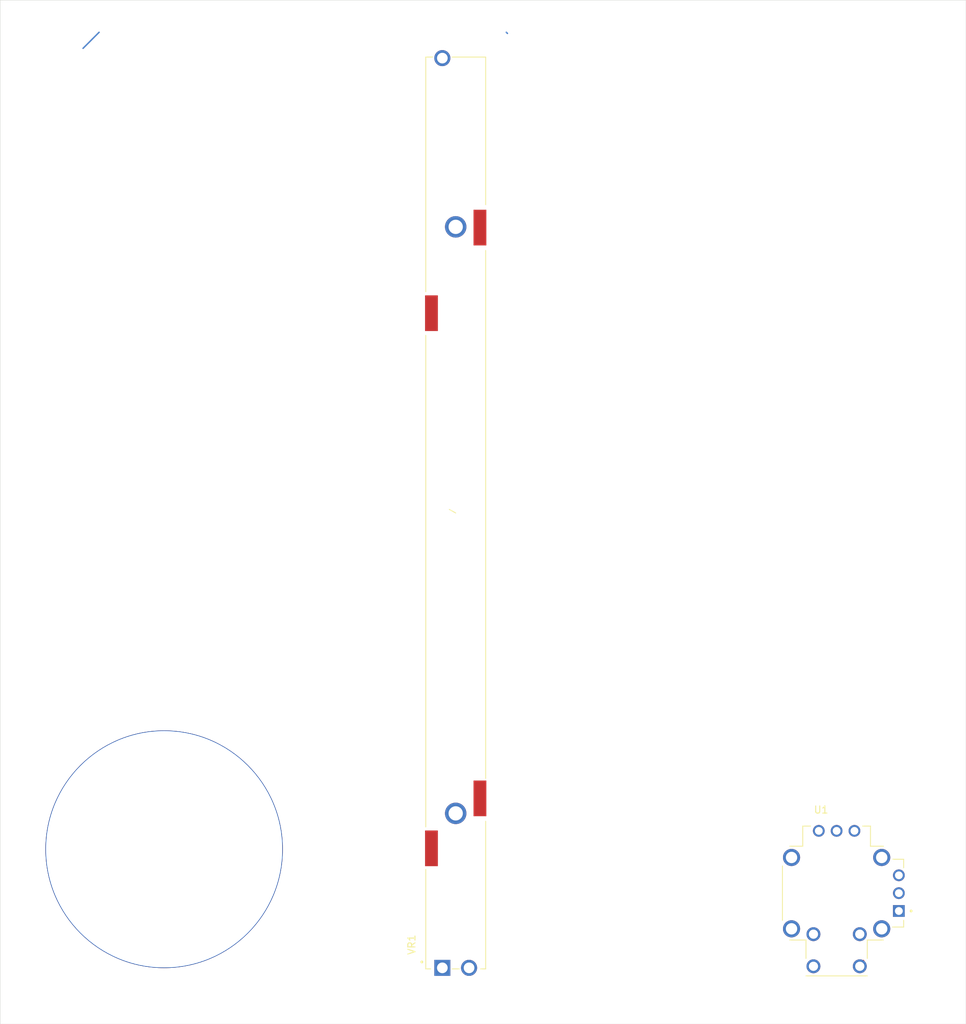
<source format=kicad_pcb>
(kicad_pcb (version 20240108) (generator "pcbnew") (generator_version "8.0")
  (layers (0 "F.Cu" signal) (31 "B.Cu" signal) (34 "B.Paste" user) (35 "F.Paste" user) (36 "B.SilkS" user "B.Silkscreen") (37 "F.SilkS" user "F.Silkscreen") (38 "B.Mask" user) (39 "F.Mask" user) (44 "Edge.Cuts" user))
  (net 0 "")
  (net 1 "+3.3VA")
  (net 2 "Yout")
  (net 3 "Xout")
  (net 4 "GND")
  (net 5 "Button2")
  (net 6 "Zout")
  (footprint "MicroHard:CNK_THB001P" (layer "F.Cu") (at 117.335 125.15)
    (property "Reference" "U1" (at -2.175 -11.675 0) (layer "F.SilkS"))
    (property "Value" "THB001P")
    (fp_line (start -7.6 -3.81) (end -7.6 3.81) (stroke (width 0.127)) (layer "F.SilkS"))
    (fp_line (start -6.575 6.575) (end -4.3 6.575) (stroke (width 0.127)) (layer "F.SilkS"))
    (fp_line (start -4.75 -9.4) (end -4.75 -6.575) (stroke (width 0.127)) (layer "F.SilkS"))
    (fp_line (start -4.75 -6.575) (end -6.575 -6.575) (stroke (width 0.127)) (layer "F.SilkS"))
    (fp_line (start -4.3 6.575) (end -4.3 9.15) (stroke (width 0.127)) (layer "F.SilkS"))
    (fp_line (start -4.3 11.6) (end 4.3 11.6) (stroke (width 0.127)) (layer "F.SilkS"))
    (fp_line (start -3.65 -9.4) (end -4.75 -9.4) (stroke (width 0.127)) (layer "F.SilkS"))
    (fp_line (start 3.65 -9.4) (end 4.75 -9.4) (stroke (width 0.127)) (layer "F.SilkS"))
    (fp_line (start 4.3 6.575) (end 6.55 6.575) (stroke (width 0.127)) (layer "F.SilkS"))
    (fp_line (start 4.3 9.15) (end 4.3 6.575) (stroke (width 0.127)) (layer "F.SilkS"))
    (fp_line (start 4.75 -9.4) (end 4.75 -6.575) (stroke (width 0.127)) (layer "F.SilkS"))
    (fp_line (start 4.75 -6.575) (end 6.575 -6.575) (stroke (width 0.127)) (layer "F.SilkS"))
    (fp_line (start 7.9 -4.75) (end 9.4 -4.75) (stroke (width 0.127)) (layer "F.SilkS"))
    (fp_line (start 9.4 -4.75) (end 9.4 -3.55) (stroke (width 0.127)) (layer "F.SilkS"))
    (fp_line (start 9.4 3.8) (end 9.4 4.75) (stroke (width 0.127)) (layer "F.SilkS"))
    (fp_line (start 9.4 4.75) (end 7.85 4.75) (stroke (width 0.127)) (layer "F.SilkS"))
    (fp_circle (center 10.45 2.5) (end 10.55 2.5) (stroke (width 0.2)) (fill none) (layer "F.SilkS"))
    (pad "A" thru_hole circle (at -3.25 5.75) (size 1.95 1.95) (drill 1.3) (layers "*.Cu" "*.Mask") (net 1 "+3.3VA"))
    (pad "B" thru_hole circle (at 3.25 5.75) (size 1.95 1.95) (drill 1.3) (layers "*.Cu" "*.Mask"))
    (pad "C" thru_hole circle (at -3.25 10.25) (size 1.95 1.95) (drill 1.3) (layers "*.Cu" "*.Mask"))
    (pad "D" thru_hole circle (at 3.25 10.25) (size 1.95 1.95) (drill 1.3) (layers "*.Cu" "*.Mask") (net 5 "Button2"))
    (pad "S1" thru_hole circle (at 6.325 -5) (size 2.4 2.4) (drill 1.6) (layers "*.Cu" "*.Mask"))
    (pad "S2" thru_hole circle (at -6.325 -5) (size 2.4 2.4) (drill 1.6) (layers "*.Cu" "*.Mask"))
    (pad "S3" thru_hole circle (at -6.325 5) (size 2.4 2.4) (drill 1.6) (layers "*.Cu" "*.Mask"))
    (pad "S4" thru_hole circle (at 6.325 5) (size 2.4 2.4) (drill 1.6) (layers "*.Cu" "*.Mask"))
    (pad "VR1_1" thru_hole rect (at 8.73 2.5) (size 1.65 1.65) (drill 1.1) (layers "*.Cu" "*.Mask") (net 1 "+3.3VA"))
    (pad "VR1_2" thru_hole circle (at 8.73 0) (size 1.65 1.65) (drill 1.1) (layers "*.Cu" "*.Mask") (net 3 "Xout"))
    (pad "VR1_3" thru_hole circle (at 8.73 -2.5) (size 1.65 1.65) (drill 1.1) (layers "*.Cu" "*.Mask") (net 4 "GND"))
    (pad "VR2_1" thru_hole circle (at 2.5 -8.73) (size 1.65 1.65) (drill 1.1) (layers "*.Cu" "*.Mask") (net 1 "+3.3VA"))
    (pad "VR2_2" thru_hole circle (at 0 -8.73) (size 1.65 1.65) (drill 1.1) (layers "*.Cu" "*.Mask") (net 2 "Yout"))
    (pad "VR2_3" thru_hole circle (at -2.5 -8.73) (size 1.65 1.65) (drill 1.1) (layers "*.Cu" "*.Mask") (net 4 "GND"))
  )
  (footprint "MicroHard:TRIM_PS100-1B1BR10K" (layer "F.Cu") (at 63.9 71.87 90)
    (property "Reference" "VR1" (at -60.505 -6.17 90) (layer "F.SilkS"))
    (property "Value" "PS100-1B1BR10K")
    (fp_line (start 63.9 -4.2) (end 63.9 -3.25) (stroke (width 0.127)) (layer "F.SilkS"))
    (fp_line (start 31 -4.2) (end 63.9 -4.2) (stroke (width 0.127)) (layer "F.SilkS"))
    (fp_line (start -44 -4.2) (end 24.9 -4.2) (stroke (width 0.127)) (layer "F.SilkS"))
    (fp_line (start -63.9 -4.2) (end -49.95 -4.2) (stroke (width 0.127)) (layer "F.SilkS"))
    (fp_line (start -63.9 -3.5) (end -63.9 -4.2) (stroke (width 0.127)) (layer "F.SilkS"))
    (fp_line (start 63.9 -0.5) (end 63.9 4.2) (stroke (width 0.127)) (layer "F.SilkS"))
    (fp_line (start -63.9 -0.5) (end -63.9 0.5) (stroke (width 0.127)) (layer "F.SilkS"))
    (fp_line (start 0 0) (end 0.5 -0.9) (stroke (width 0.127)) (layer "F.SilkS"))
    (fp_line (start 63.9 4.2) (end 43.2 4.2) (stroke (width 0.127)) (layer "F.SilkS"))
    (fp_line (start 36.8 4.2) (end -37.2 4.2) (stroke (width 0.127)) (layer "F.SilkS"))
    (fp_line (start -43.2 4.2) (end -63.9 4.2) (stroke (width 0.127)) (layer "F.SilkS"))
    (fp_line (start -63.9 4.2) (end -63.9 3.5) (stroke (width 0.127)) (layer "F.SilkS"))
    (fp_circle (center -62.925 -4.75) (end -62.825 -4.75) (stroke (width 0.2)) (fill none) (layer "F.SilkS"))
    (pad "1" thru_hole rect (at -63.75 -1.875 90) (size 2.25 2.25) (drill 1.5) (layers "*.Cu" "*.Mask") (net 1 "+3.3VA"))
    (pad "2" thru_hole circle (at -63.75 1.875 90) (size 2.25 2.25) (drill 1.5) (layers "*.Cu" "*.Mask") (net 6 "Zout"))
    (pad "3" thru_hole circle (at 63.75 -1.875 90) (size 2.25 2.25) (drill 1.5) (layers "*.Cu" "*.Mask") (net 4 "GND"))
    (pad "P1" thru_hole circle (at -42.1 0 90) (size 3 3) (drill 2) (layers "*.Cu" "*.Mask"))
    (pad "P2" thru_hole circle (at 40.1 0 90) (size 3 3) (drill 2) (layers "*.Cu" "*.Mask"))
    (pad "P3" smd rect (at -40 3.4 90) (size 5 1.8) (layers "F.Cu" "F.Paste" "F.Mask"))
    (pad "P4" smd rect (at -47 -3.4 90) (size 5 1.8) (layers "F.Cu" "F.Paste" "F.Mask"))
    (pad "P5" smd rect (at 40 3.4 90) (size 5 1.8) (layers "F.Cu" "F.Paste" "F.Mask"))
    (pad "P6" smd rect (at 28 -3.4 90) (size 5 1.8) (layers "F.Cu" "F.Paste" "F.Mask"))
  )
  (gr_rect (start 0 0) (end 135.48 143.5) (stroke (width 0.05)) (fill none) (layer "Edge.Cuts"))
  (via (at 23 119) (size 33.3) (drill 33.1) (layers "F.Cu" "B.Cu") (net 0))
  (segment (start 13.875 4.5) (end 11.625 6.75) (width 0.2) (layer "B.Cu") (net 4))
  (segment (start 71.16 4.66) (end 71 4.5) (width 0.2) (layer "B.Cu") (net 4))
  (segment (start 121.11 134.6) (end 120.31 135.4) (width 0.2) (layer "F.Cu") (net 5))
)
</source>
